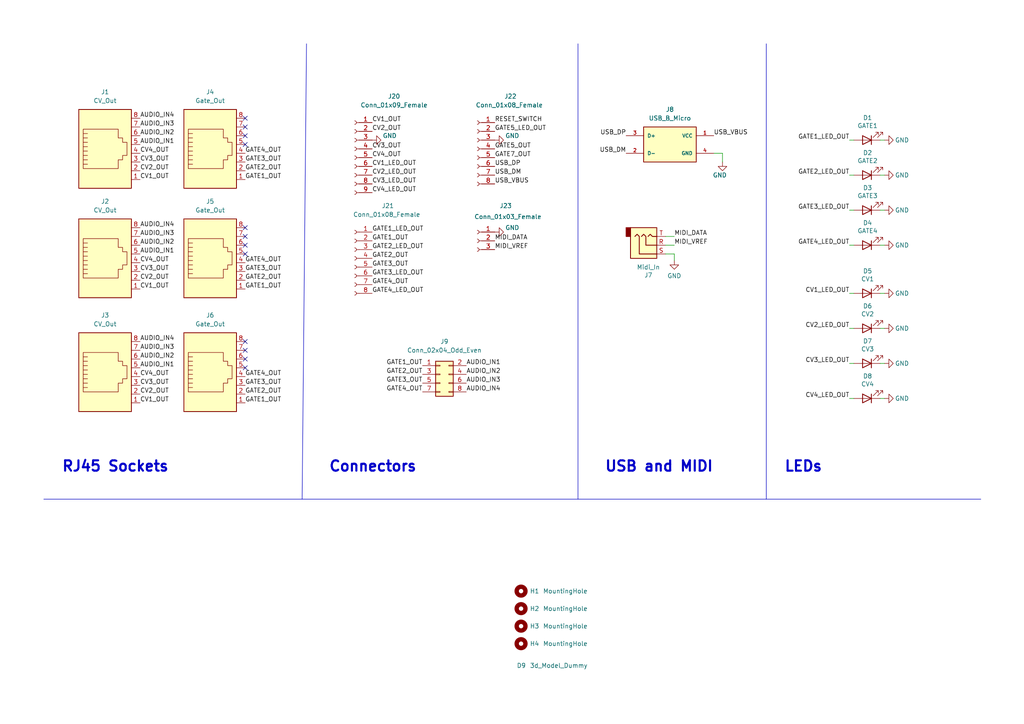
<source format=kicad_sch>
(kicad_sch (version 20230121) (generator eeschema)
  (paper "A4")
  (title_block (title "Quad MIDI Monger") (date "2023-02-28") (rev "v1.0") (company "Mountjoy Modular"))
  (lib_symbols
    (symbol "Connector:Conn_01x03_Female" (pin_names (offset 1.016) hide)
      (property "Reference" "J" (at 0 5.08 0))
      (property "Value" "Conn_01x03_Female" (at 0 -5.08 0))
      (symbol "Conn_01x03_Female_1_1"
        (arc (start 0 -2.032) (mid -0.5058 -2.54) (end 0 -3.048) (stroke (width 0.1524)))
        (polyline (pts (xy -1.27 -2.54) (xy -0.508 -2.54)) (stroke (width 0.1524)))
        (polyline (pts (xy -1.27 0) (xy -0.508 0)) (stroke (width 0.1524)))
        (polyline (pts (xy -1.27 2.54) (xy -0.508 2.54)) (stroke (width 0.1524)))
        (arc (start 0 0.508) (mid -0.5058 0) (end 0 -0.508) (stroke (width 0.1524)))
        (arc (start 0 3.048) (mid -0.5058 2.54) (end 0 2.032) (stroke (width 0.1524)))
        (pin passive line (at -5.08 2.54 0) (length 3.81) (name "Pin_1") (number "1"))
        (pin passive line (at -5.08 0 0) (length 3.81) (name "Pin_2") (number "2"))
        (pin passive line (at -5.08 -2.54 0) (length 3.81) (name "Pin_3") (number "3"))
      )
    )
    (symbol "Connector:Conn_01x08_Female" (pin_names (offset 1.016) hide)
      (property "Reference" "J" (at 0 10.16 0))
      (property "Value" "Conn_01x08_Female" (at 0 -12.7 0))
      (symbol "Conn_01x08_Female_1_1"
        (arc (start 0 -9.652) (mid -0.5058 -10.16) (end 0 -10.668) (stroke (width 0.1524)))
        (arc (start 0 -7.112) (mid -0.5058 -7.62) (end 0 -8.128) (stroke (width 0.1524)))
        (arc (start 0 -4.572) (mid -0.5058 -5.08) (end 0 -5.588) (stroke (width 0.1524)))
        (arc (start 0 -2.032) (mid -0.5058 -2.54) (end 0 -3.048) (stroke (width 0.1524)))
        (polyline (pts (xy -1.27 -10.16) (xy -0.508 -10.16)) (stroke (width 0.1524)))
        (polyline (pts (xy -1.27 -7.62) (xy -0.508 -7.62)) (stroke (width 0.1524)))
        (polyline (pts (xy -1.27 -5.08) (xy -0.508 -5.08)) (stroke (width 0.1524)))
        (polyline (pts (xy -1.27 -2.54) (xy -0.508 -2.54)) (stroke (width 0.1524)))
        (polyline (pts (xy -1.27 0) (xy -0.508 0)) (stroke (width 0.1524)))
        (polyline (pts (xy -1.27 2.54) (xy -0.508 2.54)) (stroke (width 0.1524)))
        (polyline (pts (xy -1.27 5.08) (xy -0.508 5.08)) (stroke (width 0.1524)))
        (polyline (pts (xy -1.27 7.62) (xy -0.508 7.62)) (stroke (width 0.1524)))
        (arc (start 0 0.508) (mid -0.5058 0) (end 0 -0.508) (stroke (width 0.1524)))
        (arc (start 0 3.048) (mid -0.5058 2.54) (end 0 2.032) (stroke (width 0.1524)))
        (arc (start 0 5.588) (mid -0.5058 5.08) (end 0 4.572) (stroke (width 0.1524)))
        (arc (start 0 8.128) (mid -0.5058 7.62) (end 0 7.112) (stroke (width 0.1524)))
        (pin passive line (at -5.08 7.62 0) (length 3.81) (name "Pin_1") (number "1"))
        (pin passive line (at -5.08 5.08 0) (length 3.81) (name "Pin_2") (number "2"))
        (pin passive line (at -5.08 2.54 0) (length 3.81) (name "Pin_3") (number "3"))
        (pin passive line (at -5.08 0 0) (length 3.81) (name "Pin_4") (number "4"))
        (pin passive line (at -5.08 -2.54 0) (length 3.81) (name "Pin_5") (number "5"))
        (pin passive line (at -5.08 -5.08 0) (length 3.81) (name "Pin_6") (number "6"))
        (pin passive line (at -5.08 -7.62 0) (length 3.81) (name "Pin_7") (number "7"))
        (pin passive line (at -5.08 -10.16 0) (length 3.81) (name "Pin_8") (number "8"))
      )
    )
    (symbol "Connector:Conn_01x09_Female" (pin_names (offset 1.016) hide)
      (property "Reference" "J" (at 0 12.7 0))
      (property "Value" "Conn_01x09_Female" (at 0 -12.7 0))
      (symbol "Conn_01x09_Female_1_1"
        (arc (start 0 -9.652) (mid -0.5058 -10.16) (end 0 -10.668) (stroke (width 0.1524)))
        (arc (start 0 -7.112) (mid -0.5058 -7.62) (end 0 -8.128) (stroke (width 0.1524)))
        (arc (start 0 -4.572) (mid -0.5058 -5.08) (end 0 -5.588) (stroke (width 0.1524)))
        (arc (start 0 -2.032) (mid -0.5058 -2.54) (end 0 -3.048) (stroke (width 0.1524)))
        (polyline (pts (xy -1.27 -10.16) (xy -0.508 -10.16)) (stroke (width 0.1524)))
        (polyline (pts (xy -1.27 -7.62) (xy -0.508 -7.62)) (stroke (width 0.1524)))
        (polyline (pts (xy -1.27 -5.08) (xy -0.508 -5.08)) (stroke (width 0.1524)))
        (polyline (pts (xy -1.27 -2.54) (xy -0.508 -2.54)) (stroke (width 0.1524)))
        (polyline (pts (xy -1.27 0) (xy -0.508 0)) (stroke (width 0.1524)))
        (polyline (pts (xy -1.27 2.54) (xy -0.508 2.54)) (stroke (width 0.1524)))
        (polyline (pts (xy -1.27 5.08) (xy -0.508 5.08)) (stroke (width 0.1524)))
        (polyline (pts (xy -1.27 7.62) (xy -0.508 7.62)) (stroke (width 0.1524)))
        (polyline (pts (xy -1.27 10.16) (xy -0.508 10.16)) (stroke (width 0.1524)))
        (arc (start 0 0.508) (mid -0.5058 0) (end 0 -0.508) (stroke (width 0.1524)))
        (arc (start 0 3.048) (mid -0.5058 2.54) (end 0 2.032) (stroke (width 0.1524)))
        (arc (start 0 5.588) (mid -0.5058 5.08) (end 0 4.572) (stroke (width 0.1524)))
        (arc (start 0 8.128) (mid -0.5058 7.62) (end 0 7.112) (stroke (width 0.1524)))
        (arc (start 0 10.668) (mid -0.5058 10.16) (end 0 9.652) (stroke (width 0.1524)))
        (pin passive line (at -5.08 10.16 0) (length 3.81) (name "Pin_1") (number "1"))
        (pin passive line (at -5.08 7.62 0) (length 3.81) (name "Pin_2") (number "2"))
        (pin passive line (at -5.08 5.08 0) (length 3.81) (name "Pin_3") (number "3"))
        (pin passive line (at -5.08 2.54 0) (length 3.81) (name "Pin_4") (number "4"))
        (pin passive line (at -5.08 0 0) (length 3.81) (name "Pin_5") (number "5"))
        (pin passive line (at -5.08 -2.54 0) (length 3.81) (name "Pin_6") (number "6"))
        (pin passive line (at -5.08 -5.08 0) (length 3.81) (name "Pin_7") (number "7"))
        (pin passive line (at -5.08 -7.62 0) (length 3.81) (name "Pin_8") (number "8"))
        (pin passive line (at -5.08 -10.16 0) (length 3.81) (name "Pin_9") (number "9"))
      )
    )
    (symbol "Connector:RJ45" (pin_names (offset 1.016))
      (property "Reference" "J" (at -5.08 13.97 0))
      (property "Value" "RJ45" (at 2.54 13.97 0))
      (symbol "RJ45_0_1"
        (polyline (pts (xy -5.08 4.445) (xy -6.35 4.445)))
        (polyline (pts (xy -5.08 5.715) (xy -6.35 5.715)))
        (polyline (pts (xy -6.35 -3.175) (xy -5.08 -3.175) (xy -5.08 -3.175)))
        (polyline (pts (xy -6.35 -1.905) (xy -5.08 -1.905) (xy -5.08 -1.905)))
        (polyline (pts (xy -6.35 -0.635) (xy -5.08 -0.635) (xy -5.08 -0.635)))
        (polyline (pts (xy -6.35 0.635) (xy -5.08 0.635) (xy -5.08 0.635)))
        (polyline (pts (xy -6.35 1.905) (xy -5.08 1.905) (xy -5.08 1.905)))
        (polyline (pts (xy -5.08 3.175) (xy -6.35 3.175) (xy -6.35 3.175)))
        (polyline (pts (xy -6.35 -4.445) (xy -6.35 6.985) (xy 3.81 6.985) (xy 3.81 4.445) (xy 5.08 4.445) (xy 5.08 3.175) (xy 6.35 3.175) (xy 6.35 -0.635) (xy 5.08 -0.635) (xy 5.08 -1.905) (xy 3.81 -1.905) (xy 3.81 -4.445) (xy -6.35 -4.445) (xy -6.35 -4.445)))
        (rectangle (start 7.62 12.7) (end -7.62 -10.16) (stroke (width 0.254)) (fill (type background)))
      )
      (symbol "RJ45_1_1"
        (pin passive line (at 10.16 -7.62 180) (length 2.54) (name "~") (number "1"))
        (pin passive line (at 10.16 -5.08 180) (length 2.54) (name "~") (number "2"))
        (pin passive line (at 10.16 -2.54 180) (length 2.54) (name "~") (number "3"))
        (pin passive line (at 10.16 0 180) (length 2.54) (name "~") (number "4"))
        (pin passive line (at 10.16 2.54 180) (length 2.54) (name "~") (number "5"))
        (pin passive line (at 10.16 5.08 180) (length 2.54) (name "~") (number "6"))
        (pin passive line (at 10.16 7.62 180) (length 2.54) (name "~") (number "7"))
        (pin passive line (at 10.16 10.16 180) (length 2.54) (name "~") (number "8"))
      )
    )
    (symbol "Connector_Generic:Conn_02x04_Odd_Even" (pin_names (offset 1.016) hide)
      (property "Reference" "J" (at 1.27 5.08 0))
      (property "Value" "Conn_02x04_Odd_Even" (at 1.27 -7.62 0))
      (symbol "Conn_02x04_Odd_Even_1_1"
        (rectangle (start -1.27 -4.953) (end 0 -5.207) (stroke (width 0.1524)))
        (rectangle (start -1.27 -2.413) (end 0 -2.667) (stroke (width 0.1524)))
        (rectangle (start -1.27 0.127) (end 0 -0.127) (stroke (width 0.1524)))
        (rectangle (start -1.27 2.667) (end 0 2.413) (stroke (width 0.1524)))
        (rectangle (start -1.27 3.81) (end 3.81 -6.35) (stroke (width 0.254)) (fill (type background)))
        (rectangle (start 3.81 -4.953) (end 2.54 -5.207) (stroke (width 0.1524)))
        (rectangle (start 3.81 -2.413) (end 2.54 -2.667) (stroke (width 0.1524)))
        (rectangle (start 3.81 0.127) (end 2.54 -0.127) (stroke (width 0.1524)))
        (rectangle (start 3.81 2.667) (end 2.54 2.413) (stroke (width 0.1524)))
        (pin passive line (at -5.08 2.54 0) (length 3.81) (name "Pin_1") (number "1"))
        (pin passive line (at 7.62 2.54 180) (length 3.81) (name "Pin_2") (number "2"))
        (pin passive line (at -5.08 0 0) (length 3.81) (name "Pin_3") (number "3"))
        (pin passive line (at 7.62 0 180) (length 3.81) (name "Pin_4") (number "4"))
        (pin passive line (at -5.08 -2.54 0) (length 3.81) (name "Pin_5") (number "5"))
        (pin passive line (at 7.62 -2.54 180) (length 3.81) (name "Pin_6") (number "6"))
        (pin passive line (at -5.08 -5.08 0) (length 3.81) (name "Pin_7") (number "7"))
        (pin passive line (at 7.62 -5.08 180) (length 3.81) (name "Pin_8") (number "8"))
      )
    )
    (symbol "Device:LED" (pin_numbers hide) (pin_names (offset 1.016) hide)
      (property "Reference" "D" (at 0 2.54 0))
      (property "Value" "LED" (at 0 -2.54 0))
      (symbol "LED_0_1"
        (polyline (pts (xy -1.27 -1.27) (xy -1.27 1.27)) (stroke (width 0.254)))
        (polyline (pts (xy -1.27 0) (xy 1.27 0)))
        (polyline (pts (xy 1.27 -1.27) (xy 1.27 1.27) (xy -1.27 0) (xy 1.27 -1.27)) (stroke (width 0.254)))
        (polyline (pts (xy -3.048 -0.762) (xy -4.572 -2.286) (xy -3.81 -2.286) (xy -4.572 -2.286) (xy -4.572 -1.524)))
        (polyline (pts (xy -1.778 -0.762) (xy -3.302 -2.286) (xy -2.54 -2.286) (xy -3.302 -2.286) (xy -3.302 -1.524)))
      )
      (symbol "LED_1_1"
        (pin passive line (at -3.81 0 0) (length 2.54) (name "K") (number "1"))
        (pin passive line (at 3.81 0 180) (length 2.54) (name "A") (number "2"))
      )
    )
    (symbol "Mechanical:MountingHole" (pin_names (offset 1.016))
      (property "Reference" "H" (at 0 5.08 0))
      (property "Value" "MountingHole" (at 0 3.175 0))
      (symbol "MountingHole_0_1"
        (circle (center 0 0) (radius 1.27) (stroke (width 1.27)))
      )
    )
    (symbol "Mountjoy:3d_Model_Dummy"
      (property "Reference" "D" (at 0 0 0))
      (property "Value" "3d_Model_Dummy" (at 0 0 0))
    )
    (symbol "USB_TE_1734517-1:1734517-1" (pin_names (offset 1.016))
      (property "Reference" "J?" (at -1.27 5.715 0))
      (property "Value" "1734517-1" (at -6.35 -7.62 0))
      (symbol "1734517-1_0_0"
        (rectangle (start -7.62 -5.08) (end 7.62 5.08) (stroke (width 0.254)) (fill (type background)))
        (pin output line (at 12.7 2.54 180) (length 5.08) (name "VCC") (number "1"))
        (pin bidirectional line (at -12.7 -2.54 0) (length 5.08) (name "D-") (number "2"))
        (pin bidirectional line (at -12.7 2.54 0) (length 5.08) (name "D+") (number "3"))
        (pin power_in line (at 12.7 -2.54 180) (length 5.08) (name "GND") (number "4"))
        (pin no_connect line (at -12.7 0 0) (length 5.08) hide (name "SLD") (number "5"))
        (pin no_connect line (at 12.7 0 180) (length 5.08) hide (name "SLD") (number "6"))
      )
    )
    (symbol "power:GND" (power) (pin_names (offset 0))
      (property "Value" "GND" (at 0 -3.81 0))
      (symbol "GND_0_1"
        (polyline (pts (xy 0 0) (xy 0 -1.27) (xy 1.27 -1.27) (xy 0 -2.54) (xy -1.27 -1.27) (xy 0 -1.27)))
      )
      (symbol "GND_1_1"
        (pin power_in line (at 0 0 270) (length 0) hide (name "GND") (number "1"))
      )
    )
    (symbol "thonkiconn:AudioJack3"
      (property "Reference" "J" (at 0 8.89 0))
      (property "Value" "AudioJack3" (at 0 6.35 0))
      (symbol "AudioJack3_0_1"
        (rectangle (start -5.08 -5.08) (end -6.35 -2.54) (stroke (width 0.254)) (fill (type outline)))
        (polyline (pts (xy 0 -2.54) (xy 0.635 -3.175) (xy 1.27 -2.54) (xy 2.54 -2.54)) (stroke (width 0.254)))
        (polyline (pts (xy -1.905 -2.54) (xy -1.27 -3.175) (xy -0.635 -2.54) (xy -0.635 0) (xy 2.54 0)) (stroke (width 0.254)))
        (polyline (pts (xy 2.54 2.54) (xy -2.54 2.54) (xy -2.54 -2.54) (xy -3.175 -3.175) (xy -3.81 -2.54)) (stroke (width 0.254)))
        (rectangle (start 2.54 3.81) (end -5.08 -5.08) (stroke (width 0.254)) (fill (type background)))
      )
      (symbol "AudioJack3_1_1"
        (pin passive line (at 5.08 0 180) (length 2.54) (name "~") (number "R"))
        (pin passive line (at 5.08 2.54 180) (length 2.54) (name "~") (number "S"))
        (pin passive line (at 5.08 -2.54 180) (length 2.54) (name "~") (number "T"))
      )
    )
  )
  (no_connect (at 71.12 101.6))
  (no_connect (at 71.12 36.83))
  (no_connect (at 71.12 106.68))
  (no_connect (at 71.12 66.04))
  (no_connect (at 71.12 104.14))
  (no_connect (at 71.12 71.12))
  (no_connect (at 71.12 73.66))
  (no_connect (at 71.12 34.29))
  (no_connect (at 71.12 99.06))
  (no_connect (at 71.12 39.37))
  (no_connect (at 71.12 68.58))
  (no_connect (at 71.12 41.91))
  (polyline (pts (xy 12.7 144.78) (xy 284.48 144.78)))
  (wire (pts (xy 255.27 50.8) (xy 256.54 50.8)))
  (polyline (pts (xy 88.9 12.7) (xy 87.63 144.78)))
  (wire (pts (xy 246.38 40.64) (xy 247.65 40.64)))
  (polyline (pts (xy 222.25 12.7) (xy 222.25 144.78)))
  (wire (pts (xy 193.04 68.58) (xy 195.58 68.58)))
  (wire (pts (xy 255.27 71.12) (xy 256.54 71.12)))
  (wire (pts (xy 255.27 95.25) (xy 256.54 95.25)))
  (wire (pts (xy 193.04 73.66) (xy 195.58 73.66)))
  (wire (pts (xy 246.38 115.57) (xy 247.65 115.57)))
  (wire (pts (xy 255.27 60.96) (xy 256.54 60.96)))
  (wire (pts (xy 255.27 115.57) (xy 256.54 115.57)))
  (polyline (pts (xy 167.64 12.7) (xy 167.64 144.78)))
  (wire (pts (xy 209.55 44.45) (xy 209.55 46.99)))
  (wire (pts (xy 246.38 50.8) (xy 247.65 50.8)))
  (wire (pts (xy 255.27 85.09) (xy 256.54 85.09)))
  (wire (pts (xy 255.27 40.64) (xy 256.54 40.64)))
  (wire (pts (xy 195.58 73.66) (xy 195.58 75.565)))
  (wire (pts (xy 193.04 71.12) (xy 195.58 71.12)))
  (wire (pts (xy 255.27 105.41) (xy 256.54 105.41)))
  (wire (pts (xy 246.38 95.25) (xy 247.65 95.25)))
  (wire (pts (xy 207.01 44.45) (xy 209.55 44.45)))
  (wire (pts (xy 246.38 85.09) (xy 247.65 85.09)))
  (wire (pts (xy 246.38 60.96) (xy 247.65 60.96)))
  (wire (pts (xy 246.38 105.41) (xy 247.65 105.41)))
  (wire (pts (xy 246.38 71.12) (xy 247.65 71.12)))
  (text "RJ45 Sockets" (at 17.78 137.16 0) (effects (font (size 3 3) (thickness 0.6) bold) (justify left bottom)))
  (text "LEDs" (at 227.33 137.16 0) (effects (font (size 3 3) (thickness 0.6) bold) (justify left bottom)))
  (text "USB and MIDI" (at 175.26 137.16 0) (effects (font (size 3 3) (thickness 0.6) bold) (justify left bottom)))
  (text "Connectors" (at 95.25 137.16 0) (effects (font (size 3 3) (thickness 0.6) bold) (justify left bottom)))
  (label "AUDIO_IN4" (at 40.64 34.29 0))
  (label "CV1_OUT" (at 40.64 116.84 0))
  (label "GATE2_OUT" (at 71.12 49.53 0))
  (label "GATE3_OUT" (at 71.12 111.76 0))
  (label "USB_VBUS" (at 143.51 53.34 0))
  (label "GATE4_OUT" (at 107.95 82.55 0))
  (label "CV1_OUT" (at 40.64 83.82 0))
  (label "CV4_LED_OUT" (at 246.38 115.57 180))
  (label "GATE4_LED_OUT" (at 246.38 71.12 180))
  (label "CV3_OUT" (at 40.64 78.74 0))
  (label "GATE1_OUT" (at 71.12 116.84 0))
  (label "AUDIO_IN2" (at 40.64 71.12 0))
  (label "AUDIO_IN3" (at 40.64 68.58 0))
  (label "GATE3_LED_OUT" (at 107.95 80.01 0))
  (label "GATE3_OUT" (at 71.12 46.99 0))
  (label "CV3_OUT" (at 40.64 111.76 0))
  (label "CV2_LED_OUT" (at 107.95 50.8 0))
  (label "GATE2_OUT" (at 71.12 114.3 0))
  (label "GATE2_OUT" (at 107.95 74.93 0))
  (label "CV3_OUT" (at 40.64 46.99 0))
  (label "CV2_OUT" (at 40.64 81.28 0))
  (label "AUDIO_IN1" (at 135.255 106.045 0))
  (label "RESET_SWITCH" (at 143.51 35.56 0))
  (label "MIDI_VREF" (at 195.58 71.12 0))
  (label "CV4_OUT" (at 40.64 109.22 0))
  (label "GATE5_LED_OUT" (at 143.51 38.1 0))
  (label "GATE3_LED_OUT" (at 246.38 60.96 180))
  (label "CV2_LED_OUT" (at 246.38 95.25 180))
  (label "GATE1_OUT" (at 71.12 52.07 0))
  (label "AUDIO_IN2" (at 40.64 104.14 0))
  (label "CV2_OUT" (at 107.95 38.1 0))
  (label "AUDIO_IN1" (at 40.64 41.91 0))
  (label "AUDIO_IN4" (at 40.64 66.04 0))
  (label "AUDIO_IN3" (at 135.255 111.125 0))
  (label "USB_DP" (at 143.51 48.26 0))
  (label "GATE7_OUT" (at 143.51 45.72 0))
  (label "GATE1_OUT" (at 107.95 69.85 0))
  (label "USB_VBUS" (at 207.01 39.37 0))
  (label "AUDIO_IN4" (at 40.64 99.06 0))
  (label "AUDIO_IN3" (at 40.64 101.6 0))
  (label "GATE2_LED_OUT" (at 246.38 50.8 180))
  (label "GATE2_OUT" (at 71.12 81.28 0))
  (label "USB_DM" (at 143.51 50.8 0))
  (label "CV2_OUT" (at 40.64 49.53 0))
  (label "GATE2_OUT" (at 122.555 108.585 180))
  (label "GATE4_OUT" (at 71.12 44.45 0))
  (label "GATE3_OUT" (at 71.12 78.74 0))
  (label "CV4_LED_OUT" (at 107.95 55.88 0))
  (label "GATE1_LED_OUT" (at 246.38 40.64 180))
  (label "CV3_LED_OUT" (at 246.38 105.41 180))
  (label "GATE5_OUT" (at 143.51 43.18 0))
  (label "USB_DM" (at 181.61 44.45 180))
  (label "USB_DP" (at 181.61 39.37 180))
  (label "MIDI_VREF" (at 143.51 72.39 0))
  (label "CV1_LED_OUT" (at 246.38 85.09 180))
  (label "CV1_OUT" (at 107.95 35.56 0))
  (label "CV4_OUT" (at 40.64 44.45 0))
  (label "GATE2_LED_OUT" (at 107.95 72.39 0))
  (label "AUDIO_IN1" (at 40.64 106.68 0))
  (label "GATE1_OUT" (at 71.12 83.82 0))
  (label "GATE4_OUT" (at 71.12 76.2 0))
  (label "CV3_LED_OUT" (at 107.95 53.34 0))
  (label "GATE4_LED_OUT" (at 107.95 85.09 0))
  (label "AUDIO_IN2" (at 40.64 39.37 0))
  (label "AUDIO_IN1" (at 40.64 73.66 0))
  (label "GATE1_OUT" (at 122.555 106.045 180))
  (label "GATE4_OUT" (at 71.12 109.22 0))
  (label "MIDI_DATA" (at 143.51 69.85 0))
  (label "CV2_OUT" (at 40.64 114.3 0))
  (label "CV1_OUT" (at 40.64 52.07 0))
  (label "GATE4_OUT" (at 122.555 113.665 180))
  (label "CV4_OUT" (at 107.95 45.72 0))
  (label "CV1_LED_OUT" (at 107.95 48.26 0))
  (label "GATE3_OUT" (at 107.95 77.47 0))
  (label "CV3_OUT" (at 107.95 43.18 0))
  (label "GATE3_OUT" (at 122.555 111.125 180))
  (label "CV4_OUT" (at 40.64 76.2 0))
  (label "AUDIO_IN3" (at 40.64 36.83 0))
  (label "AUDIO_IN4" (at 135.255 113.665 0))
  (label "GATE1_LED_OUT" (at 107.95 67.31 0))
  (label "AUDIO_IN2" (at 135.255 108.585 0))
  (label "MIDI_DATA" (at 195.58 68.58 0))
  (symbol (lib_id "Connector:Conn_01x09_Female") (at 102.87 45.72 0) (mirror y) (unit 1)
    (property "Reference" "J20" (at 114.3 27.94 0))
    (property "Value" "Conn_01x09_Female" (at 114.3 30.48 0))
    (property "Footprint" "Socket_Strips:Socket_Strip_Straight_1x09_Pitch2.54mm" (effects hide))
  )
  (symbol (lib_id "power:GND") (at 107.95 40.64 90) (unit 1)
    (property "Reference" "#PWR0101" (effects hide))
    (property "Value" "GND" (at 113.03 39.37 90))
  )
  (symbol (lib_id "Device:LED") (at 251.46 40.64 180) (unit 1)
    (property "Reference" "D1" (at 251.6378 34.163 0))
    (property "Value" "GATE1" (at 251.6378 36.4744 0))
    (property "Footprint" "LEDs:LED_D3.0mm" (effects hide))
  )
  (symbol (lib_id "power:GND") (at 256.54 40.64 90) (mirror x) (unit 1)
    (property "Reference" "#PWR017" (effects hide))
    (property "Value" "GND" (at 261.62 40.64 90))
  )
  (symbol (lib_id "Connector:Conn_01x08_Female") (at 102.87 74.93 0) (mirror y) (unit 1)
    (property "Reference" "J21" (at 114.3 59.69 0) (effects (justify left)))
    (property "Value" "Conn_01x08_Female" (at 121.92 62.23 0) (effects (justify left)))
    (property "Footprint" "Socket_Strips:Socket_Strip_Straight_1x08_Pitch2.54mm" (effects hide))
  )
  (symbol (lib_id "Connector:Conn_01x08_Female") (at 138.43 43.18 0) (mirror y) (unit 1)
    (property "Reference" "J22" (at 149.86 27.94 0) (effects (justify left)))
    (property "Value" "Conn_01x08_Female" (at 157.48 30.48 0) (effects (justify left)))
    (property "Footprint" "Socket_Strips:Socket_Strip_Straight_1x08_Pitch2.54mm" (effects hide))
  )
  (symbol (lib_id "Device:LED") (at 251.46 50.8 180) (unit 1)
    (property "Reference" "D2" (at 251.6378 44.323 0))
    (property "Value" "GATE2" (at 251.6378 46.6344 0))
    (property "Footprint" "LEDs:LED_D3.0mm" (effects hide))
  )
  (symbol (lib_id "power:GND") (at 256.54 50.8 90) (mirror x) (unit 1)
    (property "Reference" "#PWR018" (effects hide))
    (property "Value" "GND" (at 261.62 50.8 90))
  )
  (symbol (lib_id "Device:LED") (at 251.46 60.96 180) (unit 1)
    (property "Reference" "D3" (at 251.6378 54.483 0))
    (property "Value" "GATE3" (at 251.6378 56.7944 0))
    (property "Footprint" "LEDs:LED_D3.0mm" (effects hide))
  )
  (symbol (lib_id "power:GND") (at 256.54 60.96 90) (mirror x) (unit 1)
    (property "Reference" "#PWR019" (effects hide))
    (property "Value" "GND" (at 261.62 60.96 90))
  )
  (symbol (lib_id "Device:LED") (at 251.46 71.12 180) (unit 1)
    (property "Reference" "D4" (at 251.6378 64.643 0))
    (property "Value" "GATE4" (at 251.6378 66.9544 0))
    (property "Footprint" "LEDs:LED_D3.0mm" (effects hide))
  )
  (symbol (lib_id "power:GND") (at 256.54 71.12 90) (mirror x) (unit 1)
    (property "Reference" "#PWR020" (effects hide))
    (property "Value" "GND" (at 261.62 71.12 90))
  )
  (symbol (lib_id "Device:LED") (at 251.46 85.09 180) (unit 1)
    (property "Reference" "D5" (at 251.6378 78.613 0))
    (property "Value" "CV1" (at 251.6378 80.9244 0))
    (property "Footprint" "LEDs:LED_D3.0mm" (effects hide))
  )
  (symbol (lib_id "Device:LED") (at 251.46 95.25 180) (unit 1)
    (property "Reference" "D6" (at 251.6378 88.773 0))
    (property "Value" "CV2" (at 251.6378 91.0844 0))
    (property "Footprint" "LEDs:LED_D3.0mm" (effects hide))
  )
  (symbol (lib_id "Device:LED") (at 251.46 105.41 180) (unit 1)
    (property "Reference" "D7" (at 251.6378 98.933 0))
    (property "Value" "CV3" (at 251.6378 101.2444 0))
    (property "Footprint" "LEDs:LED_D3.0mm" (effects hide))
  )
  (symbol (lib_id "Device:LED") (at 251.46 115.57 180) (unit 1)
    (property "Reference" "D8" (at 251.6378 109.093 0))
    (property "Value" "CV4" (at 251.6378 111.4044 0))
    (property "Footprint" "LEDs:LED_D3.0mm" (effects hide))
  )
  (symbol (lib_id "power:GND") (at 256.54 85.09 90) (mirror x) (unit 1)
    (property "Reference" "#PWR021" (effects hide))
    (property "Value" "GND" (at 261.62 85.09 90))
  )
  (symbol (lib_id "power:GND") (at 256.54 95.25 90) (mirror x) (unit 1)
    (property "Reference" "#PWR022" (effects hide))
    (property "Value" "GND" (at 261.62 95.25 90))
  )
  (symbol (lib_id "power:GND") (at 256.54 105.41 90) (mirror x) (unit 1)
    (property "Reference" "#PWR023" (effects hide))
    (property "Value" "GND" (at 261.62 105.41 90))
  )
  (symbol (lib_id "power:GND") (at 256.54 115.57 90) (mirror x) (unit 1)
    (property "Reference" "#PWR024" (effects hide))
    (property "Value" "GND" (at 261.62 115.57 90))
  )
  (symbol (lib_id "power:GND") (at 143.51 40.64 90) (unit 1)
    (property "Reference" "#PWR01" (effects hide))
    (property "Value" "GND" (at 148.59 39.37 90))
  )
  (symbol (lib_id "power:GND") (at 143.51 67.31 90) (unit 1)
    (property "Reference" "#PWR06" (effects hide))
    (property "Value" "GND" (at 148.59 66.04 90))
  )
  (symbol (lib_id "Mechanical:MountingHole") (at 151.13 176.53 0) (unit 1)
    (property "Reference" "H2" (at 153.67 176.53 0) (effects (justify left)))
    (property "Value" "MountingHole" (at 157.48 176.53 0) (effects (justify left)))
    (property "Footprint" "MountingHole:MountingHole_3.2mm_M3_ISO14580" (effects hide))
  )
  (symbol (lib_id "USB_TE_1734517-1:1734517-1") (at 194.31 41.91 0) (unit 1)
    (property "Reference" "J8" (at 194.31 31.75 0))
    (property "Value" "USB_B_Micro" (at 194.31 34.29 0))
    (property "Footprint" "Custom_Footprints:USB_TE_1734517-1" (effects hide))
    (property "Datasheet" "https://uk.rs-online.com/web/p/products/7187236/" (effects hide))
  )
  (symbol (lib_id "Mechanical:MountingHole") (at 151.13 181.61 0) (unit 1)
    (property "Reference" "H3" (at 153.67 181.61 0) (effects (justify left)))
    (property "Value" "MountingHole" (at 157.48 181.61 0) (effects (justify left)))
    (property "Footprint" "MountingHole:MountingHole_3.2mm_M3_ISO14580" (effects hide))
  )
  (symbol (lib_id "Connector:RJ45") (at 60.96 109.22 0) (unit 1)
    (property "Reference" "J6" (at 60.96 91.44 0))
    (property "Value" "Gate_Out" (at 60.96 93.98 0))
    (property "Footprint" "Custom_Footprints:RJ45_Molex_42878-8506" (effects hide))
  )
  (symbol (lib_id "Mountjoy:3d_Model_Dummy") (at 150.495 190.5 0) (unit 1)
    (property "Reference" "D9" (at 149.86 193.0401 0) (effects (justify left)))
    (property "Value" "3d_Model_Dummy" (at 153.67 193.04 0) (effects (justify left)))
    (property "Footprint" "Custom_Footprints:3D_Dummy" (effects hide))
  )
  (symbol (lib_id "thonkiconn:AudioJack3") (at 187.96 71.12 0) (mirror x) (unit 1)
    (property "Reference" "J7" (at 188.0616 79.8068 0))
    (property "Value" "Midi_In" (at 188.0616 77.4954 0))
    (property "Footprint" "Custom_Footprints:Thonkiconn_Stereo-PJ366ST" (effects hide))
  )
  (symbol (lib_id "Connector:RJ45") (at 60.96 76.2 0) (unit 1)
    (property "Reference" "J5" (at 60.96 58.42 0))
    (property "Value" "Gate_Out" (at 60.96 60.96 0))
    (property "Footprint" "Custom_Footprints:RJ45_Molex_42878-8506" (effects hide))
  )
  (symbol (lib_id "Mechanical:MountingHole") (at 151.13 186.69 0) (unit 1)
    (property "Reference" "H4" (at 153.67 186.69 0) (effects (justify left)))
    (property "Value" "MountingHole" (at 157.48 186.69 0) (effects (justify left)))
    (property "Footprint" "MountingHole:MountingHole_3.2mm_M3_ISO14580" (effects hide))
  )
  (symbol (lib_id "Connector:RJ45") (at 30.48 109.22 0) (unit 1)
    (property "Reference" "J3" (at 30.48 91.44 0))
    (property "Value" "CV_Out" (at 30.48 93.98 0))
    (property "Footprint" "Custom_Footprints:RJ45_Molex_42878-8506" (effects hide))
  )
  (symbol (lib_id "Connector:RJ45") (at 30.48 76.2 0) (unit 1)
    (property "Reference" "J2" (at 30.48 58.42 0))
    (property "Value" "CV_Out" (at 30.48 60.96 0))
    (property "Footprint" "Custom_Footprints:RJ45_Molex_42878-8506" (effects hide))
  )
  (symbol (lib_id "Connector:RJ45") (at 30.48 44.45 0) (unit 1)
    (property "Reference" "J1" (at 30.48 26.67 0))
    (property "Value" "CV_Out" (at 30.48 29.21 0))
    (property "Footprint" "Custom_Footprints:RJ45_Molex_42878-8506" (effects hide))
  )
  (symbol (lib_id "Mechanical:MountingHole") (at 151.13 171.45 0) (unit 1)
    (property "Reference" "H1" (at 153.67 171.45 0) (effects (justify left)))
    (property "Value" "MountingHole" (at 157.48 171.45 0) (effects (justify left)))
    (property "Footprint" "MountingHole:MountingHole_3.2mm_M3_ISO14580" (effects hide))
  )
  (symbol (lib_id "Connector_Generic:Conn_02x04_Odd_Even") (at 127.635 108.585 0) (unit 1)
    (property "Reference" "J9" (at 128.905 99.06 0))
    (property "Value" "Conn_02x04_Odd_Even" (at 128.905 101.6 0))
    (property "Footprint" "Connector_PinHeader_2.54mm:PinHeader_2x04_P2.54mm_Vertical" (effects hide))
  )
  (symbol (lib_id "power:GND") (at 195.58 75.565 0) (unit 1)
    (property "Reference" "#PWR02" (effects hide))
    (property "Value" "GND" (at 195.58 80.01 0))
  )
  (symbol (lib_id "power:GND") (at 209.55 46.99 0) (unit 1)
    (property "Reference" "#PWR03" (effects hide))
    (property "Value" "GND" (at 210.82 50.8 0) (effects (justify right)))
  )
  (symbol (lib_id "Connector:Conn_01x03_Female") (at 138.43 69.85 0) (mirror y) (unit 1)
    (property "Reference" "J23" (at 146.685 59.69 0))
    (property "Value" "Conn_01x03_Female" (at 147.32 62.865 0))
    (property "Footprint" "Connector_PinHeader_2.54mm:PinHeader_1x03_P2.54mm_Vertical" (effects hide))
  )
  (symbol (lib_id "Connector:RJ45") (at 60.96 44.45 0) (unit 1)
    (property "Reference" "J4" (at 60.96 26.67 0))
    (property "Value" "Gate_Out" (at 60.96 29.21 0))
    (property "Footprint" "Custom_Footprints:RJ45_Molex_42878-8506" (effects hide))
  )
)
</source>
